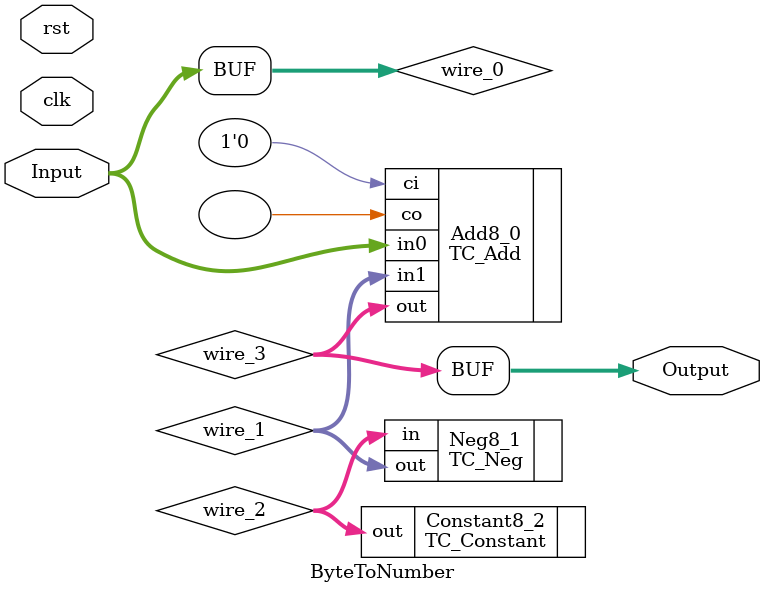
<source format=v>
module ByteToNumber (clk, rst, Input, Output);
  parameter UUID = 0;
  parameter NAME = "";
  input wire clk;
  input wire rst;

  input  wire [7:0] Input;
  output  wire [7:0] Output;

  TC_Add # (.UUID(64'd68030724543918015 ^ UUID), .BIT_WIDTH(64'd8)) Add8_0 (.in0(wire_0), .in1(wire_1), .ci(1'd0), .out(wire_3), .co());
  TC_Neg # (.UUID(64'd4137500188886322957 ^ UUID), .BIT_WIDTH(64'd8)) Neg8_1 (.in(wire_2), .out(wire_1));
  TC_Constant # (.UUID(64'd351491625066457929 ^ UUID), .BIT_WIDTH(64'd8), .value(8'h30)) Constant8_2 (.out(wire_2));

  wire [7:0] wire_0;
  assign wire_0 = Input;
  wire [7:0] wire_1;
  wire [7:0] wire_2;
  wire [7:0] wire_3;
  assign Output = wire_3;

endmodule

</source>
